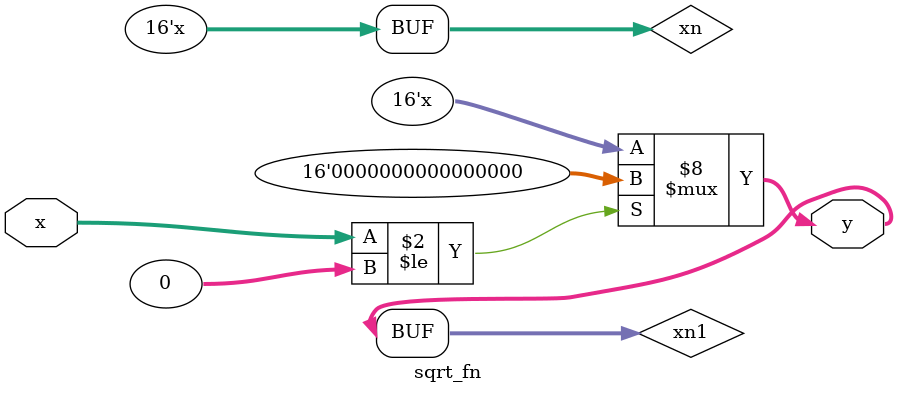
<source format=v>
`timescale 1ns / 1ps

module sqrt_fn (
    input wire signed [15:0] x, // squared number
    output wire signed [15:0] y // square root
);

reg signed [15:0] xn;
reg signed [15:0] xn1;

initial begin
    xn = 1; // so it does not crash
    xn1 = 0;
end

// iteration step
always @(*) begin
    if (x <= 0) begin
        xn1 = 0;
    end else begin
        xn1 = (xn + (x / xn)) / 2;
        xn = xn1;
    end
end

assign y = xn1;

endmodule



</source>
